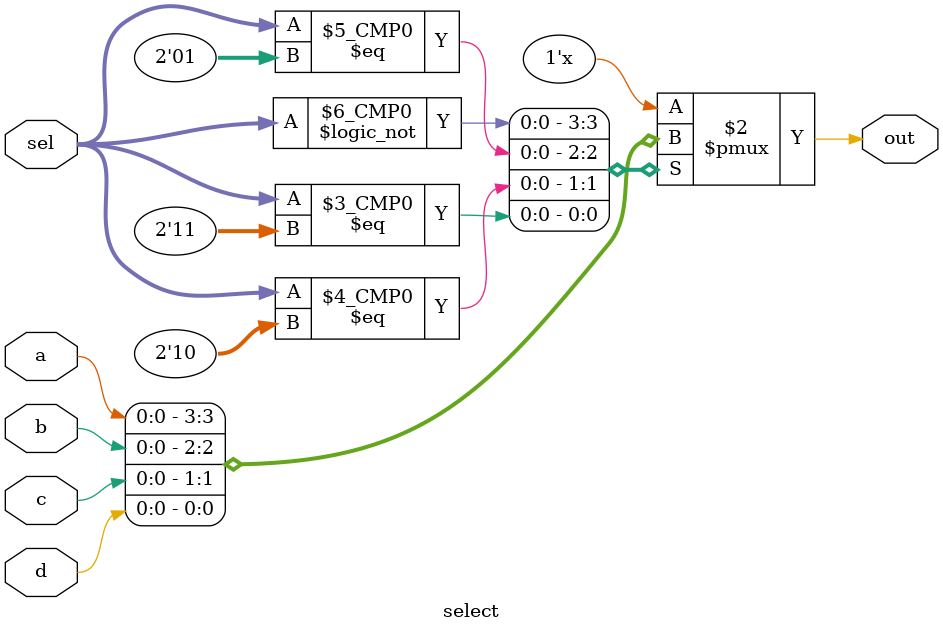
<source format=v>
module select (
    input a,
    input b,
    input c,
    input d,
    input[1:0] sel,
    output reg out
);

always @(*) begin
    case (sel)
        2'b00: out <= a;
        2'b01: out <= b; 
        2'b10: out <= c;
        2'b11: out <= d;
        default: out <= 1'bx;
    endcase  
end
    
endmodule
</source>
